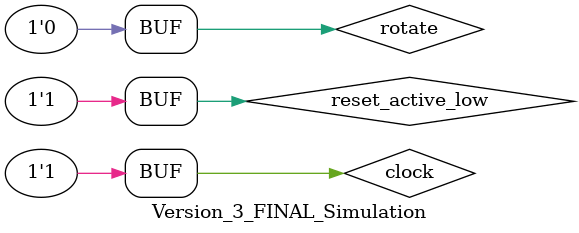
<source format=sv>
`timescale 1ns / 1ns

module Version_3_FINAL_Simulation ();

logic clock, reset_active_low, rotate, lcd_rw, lcd_en, lcd_rs, lcd_on; wire [3:0] lcd_data; logic [3:0] unused_pins;

parameter CLOCK_HALF_PERIOD = 10; parameter RESET_DELAY_PERIOD = 25; parameter DELAY_PERIOD = 50_000_000;

Version_3_FINAL simulation (.clock (clock), .reset_active_low (reset_active_low), .rotate (rotate), .lcd_data (lcd_data), .lcd_rw (lcd_rw), .lcd_en (lcd_en), .lcd_rs (lcd_rs), 
.lcd_on (lcd_on), .unused_pins (unused_pins));

always 
begin
clock = 1'b0;
#CLOCK_HALF_PERIOD;
clock = 1'b1;
#CLOCK_HALF_PERIOD;
end

initial
begin
reset_active_low = 1'b0;
#RESET_DELAY_PERIOD;
reset_active_low = 1'b1;
end

initial
begin
rotate = 1'b1;
#DELAY_PERIOD;
rotate = 1'b0;
end

endmodule


</source>
